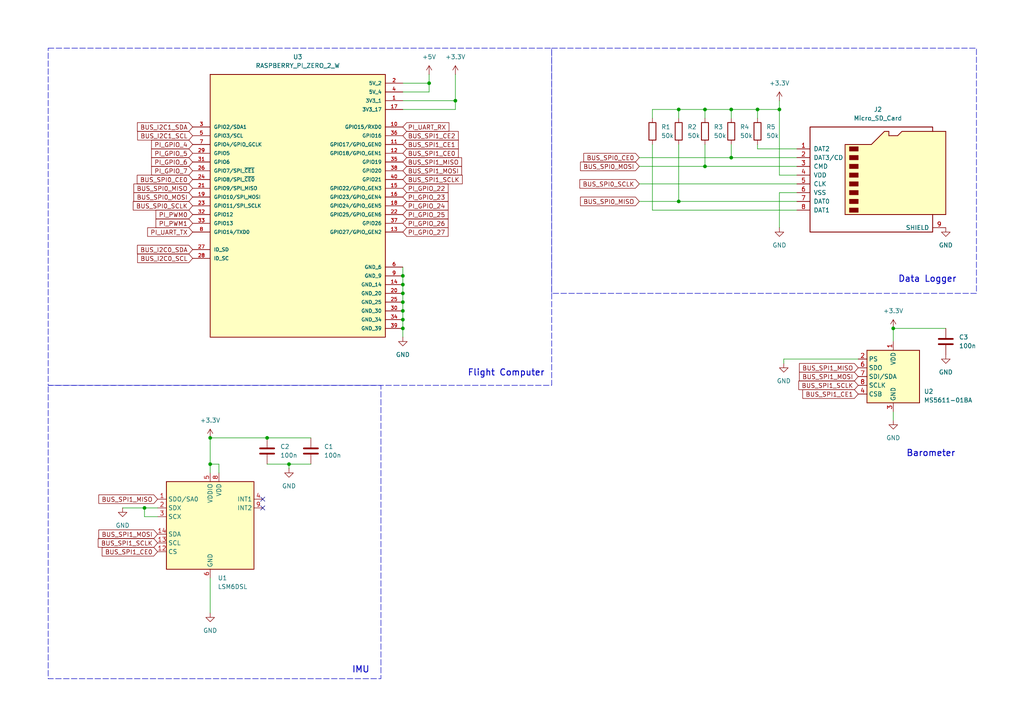
<source format=kicad_sch>
(kicad_sch (version 20231120) (generator "eeschema") (generator_version "8.0")
  (paper "A4")
  (lib_symbols
    (symbol "Connector:Micro_SD_Card" (pin_names (offset 1.016))
      (property "Reference" "J" (at -16.51 15.24 0))
      (property "Value" "Micro_SD_Card" (at 16.51 15.24 0))
      (symbol "Micro_SD_Card_0_1"
        (rectangle (start -7.62 -9.525) (end -5.08 -10.795) (fill (type outline)))
        (rectangle (start -7.62 -6.985) (end -5.08 -8.255) (fill (type outline)))
        (rectangle (start -7.62 -4.445) (end -5.08 -5.715) (fill (type outline)))
        (rectangle (start -7.62 -1.905) (end -5.08 -3.175) (fill (type outline)))
        (rectangle (start -7.62 0.635) (end -5.08 -0.635) (fill (type outline)))
        (rectangle (start -7.62 3.175) (end -5.08 1.905) (fill (type outline)))
        (rectangle (start -7.62 5.715) (end -5.08 4.445) (fill (type outline)))
        (rectangle (start -7.62 8.255) (end -5.08 6.985) (fill (type outline)))
        (polyline (pts (xy 16.51 12.7) (xy 16.51 13.97) (xy -19.05 13.97) (xy -19.05 -16.51) (xy 16.51 -16.51) (xy 16.51 -11.43)) (stroke (width 0.254)))
        (polyline (pts (xy -8.89 -11.43) (xy -8.89 8.89) (xy -1.27 8.89) (xy 2.54 12.7) (xy 3.81 12.7) (xy 3.81 11.43) (xy 6.35 11.43) (xy 7.62 12.7) (xy 20.32 12.7) (xy 20.32 -11.43) (xy -8.89 -11.43)) (stroke (width 0.254)) (fill (type background)))
      )
      (symbol "Micro_SD_Card_1_1"
        (pin bidirectional line (at -22.86 7.62 0) (length 3.81) (name "DAT2") (number "1"))
        (pin bidirectional line (at -22.86 5.08 0) (length 3.81) (name "DAT3/CD") (number "2"))
        (pin input line (at -22.86 2.54 0) (length 3.81) (name "CMD") (number "3"))
        (pin power_in line (at -22.86 0 0) (length 3.81) (name "VDD") (number "4"))
        (pin input line (at -22.86 -2.54 0) (length 3.81) (name "CLK") (number "5"))
        (pin power_in line (at -22.86 -5.08 0) (length 3.81) (name "VSS") (number "6"))
        (pin bidirectional line (at -22.86 -7.62 0) (length 3.81) (name "DAT0") (number "7"))
        (pin bidirectional line (at -22.86 -10.16 0) (length 3.81) (name "DAT1") (number "8"))
        (pin passive line (at 20.32 -15.24 180) (length 3.81) (name "SHIELD") (number "9"))
      )
    )
    (symbol "Device:C" (pin_numbers hide) (pin_names (offset 0.254))
      (property "Reference" "C" (at 0.635 2.54 0))
      (property "Value" "C" (at 0.635 -2.54 0))
      (symbol "C_0_1"
        (polyline (pts (xy -2.032 -0.762) (xy 2.032 -0.762)) (stroke (width 0.508)))
        (polyline (pts (xy -2.032 0.762) (xy 2.032 0.762)) (stroke (width 0.508)))
      )
      (symbol "C_1_1"
        (pin passive line (at 0 3.81 270) (length 2.794) (name "~") (number "1"))
        (pin passive line (at 0 -3.81 90) (length 2.794) (name "~") (number "2"))
      )
    )
    (symbol "Device:R" (pin_numbers hide) (pin_names (offset 0))
      (property "Reference" "R" (at 2.032 0 90))
      (property "Value" "R" (at 0 0 90))
      (symbol "R_0_1"
        (rectangle (start -1.016 -2.54) (end 1.016 2.54) (stroke (width 0.254)))
      )
      (symbol "R_1_1"
        (pin passive line (at 0 3.81 270) (length 1.27) (name "~") (number "1"))
        (pin passive line (at 0 -3.81 90) (length 1.27) (name "~") (number "2"))
      )
    )
    (symbol "RASPBERRY_PI_ZERO_2_W:RASPBERRY_PI_ZERO_2_W" (pin_names (offset 1.016))
      (property "Reference" "U" (at -25.42 39.3962 0))
      (property "Value" "RASPBERRY_PI_ZERO_2_W" (at -25.4191 -40.6687 0))
      (symbol "RASPBERRY_PI_ZERO_2_W_0_0"
        (rectangle (start -25.4 -38.1) (end 25.4 38.1) (stroke (width 0.254)) (fill (type background)))
        (pin power_in line (at 30.48 30.48 180) (length 5.08) (name "3V3_1") (number "1"))
        (pin bidirectional line (at 30.48 22.86 180) (length 5.08) (name "GPIO15/RXD0") (number "10"))
        (pin bidirectional line (at 30.48 17.78 180) (length 5.08) (name "GPIO17/GPIO_GEN0") (number "11"))
        (pin bidirectional line (at 30.48 15.24 180) (length 5.08) (name "GPIO18/GPIO_GEN1") (number "12"))
        (pin bidirectional line (at 30.48 -7.62 180) (length 5.08) (name "GPIO27/GPIO_GEN2") (number "13"))
        (pin power_in line (at 30.48 -22.86 180) (length 5.08) (name "GND_14") (number "14"))
        (pin bidirectional line (at 30.48 5.08 180) (length 5.08) (name "GPIO22/GPIO_GEN3") (number "15"))
        (pin bidirectional line (at 30.48 2.54 180) (length 5.08) (name "GPIO23/GPIO_GEN4") (number "16"))
        (pin power_in line (at 30.48 27.94 180) (length 5.08) (name "3V3_17") (number "17"))
        (pin bidirectional line (at 30.48 0 180) (length 5.08) (name "GPIO24/GPIO_GEN5") (number "18"))
        (pin bidirectional line (at -30.48 2.54 0) (length 5.08) (name "GPIO10/SPI_MOSI") (number "19"))
        (pin power_in line (at 30.48 35.56 180) (length 5.08) (name "5V_2") (number "2"))
        (pin power_in line (at 30.48 -25.4 180) (length 5.08) (name "GND_20") (number "20"))
        (pin bidirectional line (at -30.48 5.08 0) (length 5.08) (name "GPIO9/SPI_MISO") (number "21"))
        (pin bidirectional line (at 30.48 -2.54 180) (length 5.08) (name "GPIO25/GPIO_GEN6") (number "22"))
        (pin bidirectional line (at -30.48 0 0) (length 5.08) (name "GPIO11/SPI_SCLK") (number "23"))
        (pin bidirectional line (at -30.48 7.62 0) (length 5.08) (name "GPIO8/SPI_~{CE0}") (number "24"))
        (pin power_in line (at 30.48 -27.94 180) (length 5.08) (name "GND_25") (number "25"))
        (pin bidirectional line (at -30.48 10.16 0) (length 5.08) (name "GPIO7/SPI_~{CE1}") (number "26"))
        (pin bidirectional line (at -30.48 -12.7 0) (length 5.08) (name "ID_SD") (number "27"))
        (pin bidirectional line (at -30.48 -15.24 0) (length 5.08) (name "ID_SC") (number "28"))
        (pin bidirectional line (at -30.48 15.24 0) (length 5.08) (name "GPIO5") (number "29"))
        (pin bidirectional line (at -30.48 22.86 0) (length 5.08) (name "GPIO2/SDA1") (number "3"))
        (pin power_in line (at 30.48 -30.48 180) (length 5.08) (name "GND_30") (number "30"))
        (pin bidirectional line (at -30.48 12.7 0) (length 5.08) (name "GPIO6") (number "31"))
        (pin bidirectional line (at -30.48 -2.54 0) (length 5.08) (name "GPIO12") (number "32"))
        (pin bidirectional line (at -30.48 -5.08 0) (length 5.08) (name "GPIO13") (number "33"))
        (pin power_in line (at 30.48 -33.02 180) (length 5.08) (name "GND_34") (number "34"))
        (pin bidirectional line (at 30.48 12.7 180) (length 5.08) (name "GPIO19") (number "35"))
        (pin bidirectional line (at 30.48 20.32 180) (length 5.08) (name "GPIO16") (number "36"))
        (pin bidirectional line (at 30.48 -5.08 180) (length 5.08) (name "GPIO26") (number "37"))
        (pin bidirectional line (at 30.48 10.16 180) (length 5.08) (name "GPIO20") (number "38"))
        (pin power_in line (at 30.48 -35.56 180) (length 5.08) (name "GND_39") (number "39"))
        (pin power_in line (at 30.48 33.02 180) (length 5.08) (name "5V_4") (number "4"))
        (pin bidirectional line (at 30.48 7.62 180) (length 5.08) (name "GPIO21") (number "40"))
        (pin bidirectional line (at -30.48 20.32 0) (length 5.08) (name "GPIO3/SCL") (number "5"))
        (pin power_in line (at 30.48 -17.78 180) (length 5.08) (name "GND_6") (number "6"))
        (pin bidirectional line (at -30.48 17.78 0) (length 5.08) (name "GPIO4/GPIO_GCLK") (number "7"))
        (pin bidirectional line (at -30.48 -7.62 0) (length 5.08) (name "GPIO14/TXD0") (number "8"))
        (pin power_in line (at 30.48 -20.32 180) (length 5.08) (name "GND_9") (number "9"))
      )
    )
    (symbol "Sensor_Motion:LSM6DSL"
      (property "Reference" "U" (at -11.43 15.24 0))
      (property "Value" "LSM6DSL" (at -11.43 12.7 0))
      (symbol "LSM6DSL_0_1"
        (rectangle (start -12.7 12.7) (end 12.7 -12.7) (stroke (width 0.254)) (fill (type background)))
      )
      (symbol "LSM6DSL_1_1"
        (pin bidirectional line (at -15.24 7.62 0) (length 2.54) (name "SDO/SA0") (number "1"))
        (pin no_connect line (at 12.7 -5.08 180) (length 3.81) hide (name "NC") (number "10"))
        (pin no_connect line (at 12.7 -2.54 180) (length 3.81) hide (name "NC") (number "11"))
        (pin input line (at -15.24 -7.62 0) (length 2.54) (name "CS") (number "12"))
        (pin input line (at -15.24 -5.08 0) (length 2.54) (name "SCL") (number "13"))
        (pin bidirectional line (at -15.24 -2.54 0) (length 2.54) (name "SDA") (number "14"))
        (pin bidirectional line (at -15.24 5.08 0) (length 2.54) (name "SDX") (number "2"))
        (pin input line (at -15.24 2.54 0) (length 2.54) (name "SCX") (number "3"))
        (pin output line (at 15.24 7.62 180) (length 2.54) (name "INT1") (number "4"))
        (pin power_in line (at 0 15.24 270) (length 2.54) (name "VDDIO") (number "5"))
        (pin power_in line (at 0 -15.24 90) (length 2.54) (name "GND") (number "6"))
        (pin passive line (at 0 -15.24 90) (length 2.54) hide (name "GND") (number "7"))
        (pin power_in line (at 2.54 15.24 270) (length 2.54) (name "VDD") (number "8"))
        (pin output line (at 15.24 5.08 180) (length 2.54) (name "INT2") (number "9"))
      )
    )
    (symbol "Sensor_Pressure:MS5611-01BA"
      (property "Reference" "U" (at -6.35 8.89 0))
      (property "Value" "MS5611-01BA" (at 7.62 8.89 0))
      (symbol "MS5611-01BA_0_1"
        (rectangle (start -7.62 7.62) (end 7.62 -7.62) (stroke (width 0.254)) (fill (type background)))
      )
      (symbol "MS5611-01BA_1_1"
        (pin power_in line (at 0 10.16 270) (length 2.54) (name "VDD") (number "1"))
        (pin input line (at -10.16 5.08 0) (length 2.54) (name "PS") (number "2"))
        (pin power_in line (at 0 -10.16 90) (length 2.54) (name "GND") (number "3"))
        (pin input line (at -10.16 -5.08 0) (length 2.54) (name "CSB") (number "4"))
        (pin input line (at -10.16 -5.08 0) (length 2.54) hide (name "CSB") (number "5"))
        (pin output line (at -10.16 2.54 0) (length 2.54) (name "SDO") (number "6"))
        (pin bidirectional line (at -10.16 0 0) (length 2.54) (name "SDI/SDA") (number "7"))
        (pin input line (at -10.16 -2.54 0) (length 2.54) (name "SCLK") (number "8"))
      )
    )
    (symbol "power:+3.3V" (power) (pin_numbers hide) (pin_names (offset 0) hide)
      (property "Value" "+3.3V" (at 0 3.556 0))
      (symbol "+3.3V_0_1"
        (polyline (pts (xy -0.762 1.27) (xy 0 2.54)))
        (polyline (pts (xy 0 0) (xy 0 2.54)))
        (polyline (pts (xy 0 2.54) (xy 0.762 1.27)))
      )
      (symbol "+3.3V_1_1"
        (pin power_in line (at 0 0 90) (length 0) (name "~") (number "1"))
      )
    )
    (symbol "power:+5V" (power) (pin_numbers hide) (pin_names (offset 0) hide)
      (property "Value" "+5V" (at 0 3.556 0))
      (symbol "+5V_0_1"
        (polyline (pts (xy -0.762 1.27) (xy 0 2.54)))
        (polyline (pts (xy 0 0) (xy 0 2.54)))
        (polyline (pts (xy 0 2.54) (xy 0.762 1.27)))
      )
      (symbol "+5V_1_1"
        (pin power_in line (at 0 0 90) (length 0) (name "~") (number "1"))
      )
    )
    (symbol "power:GND" (power) (pin_numbers hide) (pin_names (offset 0) hide)
      (property "Value" "GND" (at 0 -3.81 0))
      (symbol "GND_0_1"
        (polyline (pts (xy 0 0) (xy 0 -1.27) (xy 1.27 -1.27) (xy 0 -2.54) (xy -1.27 -1.27) (xy 0 -1.27)))
      )
      (symbol "GND_1_1"
        (pin power_in line (at 0 0 270) (length 0) (name "~") (number "1"))
      )
    )
  )
  (junction (at 212.09 45.72))
  (junction (at 204.47 48.26))
  (junction (at 116.84 95.25))
  (junction (at 41.91 147.32))
  (junction (at 259.08 95.25))
  (junction (at 212.09 31.75))
  (junction (at 60.96 134.62))
  (junction (at 116.84 87.63))
  (junction (at 77.47 127))
  (junction (at 116.84 85.09))
  (junction (at 124.46 24.13))
  (junction (at 60.96 127))
  (junction (at 116.84 82.55))
  (junction (at 226.06 31.75))
  (junction (at 116.84 90.17))
  (junction (at 116.84 92.71))
  (junction (at 116.84 80.01))
  (junction (at 219.71 31.75))
  (junction (at 83.82 134.62))
  (junction (at 204.47 31.75))
  (junction (at 132.08 29.21))
  (junction (at 196.85 31.75))
  (junction (at 196.85 58.42))
  (no_connect (at 76.2 144.78))
  (no_connect (at 76.2 147.32))
  (wire (pts (xy 231.14 55.88) (xy 226.06 55.88)))
  (wire (pts (xy 226.06 50.8) (xy 226.06 31.75)))
  (wire (pts (xy 196.85 58.42) (xy 196.85 41.91)))
  (wire (pts (xy 116.84 29.21) (xy 132.08 29.21)))
  (wire (pts (xy 219.71 43.18) (xy 219.71 41.91)))
  (wire (pts (xy 116.84 87.63) (xy 116.84 90.17)))
  (wire (pts (xy 35.56 147.32) (xy 41.91 147.32)))
  (wire (pts (xy 132.08 31.75) (xy 132.08 29.21)))
  (wire (pts (xy 227.33 105.41) (xy 227.33 104.14)))
  (wire (pts (xy 60.96 134.62) (xy 60.96 137.16)))
  (wire (pts (xy 63.5 134.62) (xy 60.96 134.62)))
  (wire (pts (xy 189.23 31.75) (xy 189.23 34.29)))
  (wire (pts (xy 132.08 29.21) (xy 132.08 21.59)))
  (wire (pts (xy 212.09 31.75) (xy 212.09 34.29)))
  (wire (pts (xy 116.84 95.25) (xy 116.84 97.79)))
  (wire (pts (xy 212.09 45.72) (xy 212.09 41.91)))
  (wire (pts (xy 116.84 85.09) (xy 116.84 87.63)))
  (wire (pts (xy 196.85 31.75) (xy 204.47 31.75)))
  (wire (pts (xy 231.14 60.96) (xy 189.23 60.96)))
  (wire (pts (xy 227.33 104.14) (xy 248.92 104.14)))
  (wire (pts (xy 116.84 24.13) (xy 124.46 24.13)))
  (wire (pts (xy 116.84 77.47) (xy 116.84 80.01)))
  (wire (pts (xy 259.08 95.25) (xy 259.08 99.06)))
  (wire (pts (xy 41.91 149.86) (xy 41.91 147.32)))
  (wire (pts (xy 231.14 50.8) (xy 226.06 50.8)))
  (wire (pts (xy 212.09 31.75) (xy 219.71 31.75)))
  (wire (pts (xy 196.85 58.42) (xy 231.14 58.42)))
  (wire (pts (xy 116.84 31.75) (xy 132.08 31.75)))
  (wire (pts (xy 83.82 135.89) (xy 83.82 134.62)))
  (wire (pts (xy 185.42 58.42) (xy 196.85 58.42)))
  (wire (pts (xy 204.47 31.75) (xy 204.47 34.29)))
  (wire (pts (xy 116.84 90.17) (xy 116.84 92.71)))
  (wire (pts (xy 185.42 53.34) (xy 231.14 53.34)))
  (wire (pts (xy 204.47 31.75) (xy 212.09 31.75)))
  (wire (pts (xy 204.47 48.26) (xy 231.14 48.26)))
  (wire (pts (xy 116.84 80.01) (xy 116.84 82.55)))
  (wire (pts (xy 185.42 48.26) (xy 204.47 48.26)))
  (wire (pts (xy 204.47 48.26) (xy 204.47 41.91)))
  (wire (pts (xy 41.91 147.32) (xy 45.72 147.32)))
  (wire (pts (xy 226.06 55.88) (xy 226.06 66.04)))
  (wire (pts (xy 226.06 31.75) (xy 226.06 29.21)))
  (wire (pts (xy 77.47 134.62) (xy 83.82 134.62)))
  (wire (pts (xy 231.14 43.18) (xy 219.71 43.18)))
  (wire (pts (xy 259.08 121.92) (xy 259.08 119.38)))
  (wire (pts (xy 219.71 31.75) (xy 226.06 31.75)))
  (wire (pts (xy 60.96 127) (xy 60.96 134.62)))
  (wire (pts (xy 219.71 31.75) (xy 219.71 34.29)))
  (wire (pts (xy 116.84 26.67) (xy 124.46 26.67)))
  (wire (pts (xy 185.42 45.72) (xy 212.09 45.72)))
  (wire (pts (xy 189.23 31.75) (xy 196.85 31.75)))
  (wire (pts (xy 124.46 26.67) (xy 124.46 24.13)))
  (wire (pts (xy 60.96 127) (xy 77.47 127)))
  (wire (pts (xy 116.84 82.55) (xy 116.84 85.09)))
  (wire (pts (xy 60.96 177.8) (xy 60.96 167.64)))
  (wire (pts (xy 212.09 45.72) (xy 231.14 45.72)))
  (wire (pts (xy 124.46 24.13) (xy 124.46 21.59)))
  (wire (pts (xy 259.08 95.25) (xy 274.32 95.25)))
  (wire (pts (xy 196.85 31.75) (xy 196.85 34.29)))
  (wire (pts (xy 189.23 60.96) (xy 189.23 41.91)))
  (wire (pts (xy 77.47 127) (xy 90.17 127)))
  (wire (pts (xy 83.82 134.62) (xy 90.17 134.62)))
  (wire (pts (xy 45.72 149.86) (xy 41.91 149.86)))
  (wire (pts (xy 63.5 137.16) (xy 63.5 134.62)))
  (wire (pts (xy 116.84 92.71) (xy 116.84 95.25)))
  (rectangle (start 13.97 13.97) (end 160.02 111.76) (stroke (width 0) (type dash)))
  (rectangle (start 13.97 111.76) (end 110.49 196.85) (stroke (width 0) (type dash)))
  (rectangle (start 160.02 13.97) (end 283.21 85.09) (stroke (width 0) (type dash)))
  (text "Barometer" (at 270.002 131.572 0) (effects (font (size 1.8288 1.8288) (thickness 0.254) (bold yes))))
  (text "Flight Computer" (at 146.812 108.204 0) (effects (font (size 1.8288 1.8288) (thickness 0.254) (bold yes))))
  (text "IMU" (at 104.648 194.31 0) (effects (font (size 1.8288 1.8288) (thickness 0.254) (bold yes))))
  (text "Data Logger" (at 268.986 81.026 0) (effects (font (size 1.8288 1.8288) (thickness 0.254) (bold yes))))
  (global_label "PI_PWM1" (shape input) (at 55.88 64.77 180) (property "Intersheetrefs" "${INTERSHEET_REFS}" (effects (hide yes))))
  (global_label "BUS_SPI1_CE1" (shape input) (at 248.92 114.3 180) (property "Intersheetrefs" "${INTERSHEET_REFS}" (effects (hide yes))))
  (global_label "PI_GPIO_5" (shape input) (at 55.88 44.45 180) (property "Intersheetrefs" "${INTERSHEET_REFS}" (effects (hide yes))))
  (global_label "PI_GPIO_24" (shape input) (at 116.84 59.69 0) (property "Intersheetrefs" "${INTERSHEET_REFS}" (effects (hide yes))))
  (global_label "PI_UART_TX" (shape input) (at 55.88 67.31 180) (property "Intersheetrefs" "${INTERSHEET_REFS}" (effects (hide yes))))
  (global_label "BUS_I2C1_SCL" (shape input) (at 55.88 39.37 180) (property "Intersheetrefs" "${INTERSHEET_REFS}" (effects (hide yes))))
  (global_label "BUS_SPI1_MISO" (shape input) (at 248.92 106.68 180) (property "Intersheetrefs" "${INTERSHEET_REFS}" (effects (hide yes))))
  (global_label "PI_GPIO_26" (shape input) (at 116.84 64.77 0) (property "Intersheetrefs" "${INTERSHEET_REFS}" (effects (hide yes))))
  (global_label "BUS_SPI0_MOSI" (shape input) (at 55.88 57.15 180) (property "Intersheetrefs" "${INTERSHEET_REFS}" (effects (hide yes))))
  (global_label "BUS_SPI0_CE0" (shape input) (at 55.88 52.07 180) (property "Intersheetrefs" "${INTERSHEET_REFS}" (effects (hide yes))))
  (global_label "BUS_SPI0_MISO" (shape input) (at 55.88 54.61 180) (property "Intersheetrefs" "${INTERSHEET_REFS}" (effects (hide yes))))
  (global_label "PI_GPIO_27" (shape input) (at 116.84 67.31 0) (property "Intersheetrefs" "${INTERSHEET_REFS}" (effects (hide yes))))
  (global_label "PI_GPIO_25" (shape input) (at 116.84 62.23 0) (property "Intersheetrefs" "${INTERSHEET_REFS}" (effects (hide yes))))
  (global_label "PI_GPIO_23" (shape input) (at 116.84 57.15 0) (property "Intersheetrefs" "${INTERSHEET_REFS}" (effects (hide yes))))
  (global_label "PI_UART_RX" (shape input) (at 116.84 36.83 0) (property "Intersheetrefs" "${INTERSHEET_REFS}" (effects (hide yes))))
  (global_label "BUS_SPI0_CE0" (shape input) (at 185.42 45.72 180) (property "Intersheetrefs" "${INTERSHEET_REFS}" (effects (hide yes))))
  (global_label "BUS_SPI1_MOSI" (shape input) (at 116.84 49.53 0) (property "Intersheetrefs" "${INTERSHEET_REFS}" (effects (hide yes))))
  (global_label "BUS_I2C0_SDA" (shape input) (at 55.88 72.39 180) (property "Intersheetrefs" "${INTERSHEET_REFS}" (effects (hide yes))))
  (global_label "BUS_SPI1_SCLK" (shape input) (at 45.72 157.48 180) (property "Intersheetrefs" "${INTERSHEET_REFS}" (effects (hide yes))))
  (global_label "BUS_SPI0_SCLK" (shape input) (at 185.42 53.34 180) (property "Intersheetrefs" "${INTERSHEET_REFS}" (effects (hide yes))))
  (global_label "PI_GPIO_7" (shape input) (at 55.88 49.53 180) (property "Intersheetrefs" "${INTERSHEET_REFS}" (effects (hide yes))))
  (global_label "BUS_SPI1_CE1" (shape input) (at 116.84 41.91 0) (property "Intersheetrefs" "${INTERSHEET_REFS}" (effects (hide yes))))
  (global_label "PI_GPIO_22" (shape input) (at 116.84 54.61 0) (property "Intersheetrefs" "${INTERSHEET_REFS}" (effects (hide yes))))
  (global_label "PI_GPIO_4" (shape input) (at 55.88 41.91 180) (property "Intersheetrefs" "${INTERSHEET_REFS}" (effects (hide yes))))
  (global_label "BUS_SPI0_MOSI" (shape input) (at 185.42 48.26 180) (property "Intersheetrefs" "${INTERSHEET_REFS}" (effects (hide yes))))
  (global_label "BUS_SPI1_CE0" (shape input) (at 45.72 160.02 180) (property "Intersheetrefs" "${INTERSHEET_REFS}" (effects (hide yes))))
  (global_label "PI_GPIO_6" (shape input) (at 55.88 46.99 180) (property "Intersheetrefs" "${INTERSHEET_REFS}" (effects (hide yes))))
  (global_label "BUS_SPI1_MOSI" (shape input) (at 45.72 154.94 180) (property "Intersheetrefs" "${INTERSHEET_REFS}" (effects (hide yes))))
  (global_label "BUS_SPI1_SCLK" (shape input) (at 116.84 52.07 0) (property "Intersheetrefs" "${INTERSHEET_REFS}" (effects (hide yes))))
  (global_label "BUS_SPI1_SCLK" (shape input) (at 248.92 111.76 180) (property "Intersheetrefs" "${INTERSHEET_REFS}" (effects (hide yes))))
  (global_label "BUS_SPI1_MISO" (shape input) (at 116.84 46.99 0) (property "Intersheetrefs" "${INTERSHEET_REFS}" (effects (hide yes))))
  (global_label "BUS_SPI1_MOSI" (shape input) (at 248.92 109.22 180) (property "Intersheetrefs" "${INTERSHEET_REFS}" (effects (hide yes))))
  (global_label "BUS_SPI1_MISO" (shape input) (at 45.72 144.78 180) (property "Intersheetrefs" "${INTERSHEET_REFS}" (effects (hide yes))))
  (global_label "BUS_SPI0_SCLK" (shape input) (at 55.88 59.69 180) (property "Intersheetrefs" "${INTERSHEET_REFS}" (effects (hide yes))))
  (global_label "BUS_SPI0_MISO" (shape input) (at 185.42 58.42 180) (property "Intersheetrefs" "${INTERSHEET_REFS}" (effects (hide yes))))
  (global_label "BUS_SPI1_CE2" (shape input) (at 116.84 39.37 0) (property "Intersheetrefs" "${INTERSHEET_REFS}" (effects (hide yes))))
  (global_label "PI_PWM0" (shape input) (at 55.88 62.23 180) (property "Intersheetrefs" "${INTERSHEET_REFS}" (effects (hide yes))))
  (global_label "BUS_SPI1_CE0" (shape input) (at 116.84 44.45 0) (property "Intersheetrefs" "${INTERSHEET_REFS}" (effects (hide yes))))
  (global_label "BUS_I2C0_SCL" (shape input) (at 55.88 74.93 180) (property "Intersheetrefs" "${INTERSHEET_REFS}" (effects (hide yes))))
  (global_label "BUS_I2C1_SDA" (shape input) (at 55.88 36.83 180) (property "Intersheetrefs" "${INTERSHEET_REFS}" (effects (hide yes))))
  (symbol (lib_id "power:GND") (at 60.96 177.8 0) (unit 1)
    (property "Reference" "#PWR01" (effects (hide yes)))
    (property "Value" "GND" (at 60.96 182.88 0))
    (property "Description" "Power symbol creates a global label with name \"GND\" , ground" (effects (hide yes)))
  )
  (symbol (lib_id "power:GND") (at 83.82 135.89 0) (unit 1)
    (property "Reference" "#PWR04" (effects (hide yes)))
    (property "Value" "GND" (at 83.82 140.97 0))
    (property "Description" "Power symbol creates a global label with name \"GND\" , ground" (effects (hide yes)))
  )
  (symbol (lib_id "power:GND") (at 227.33 105.41 0) (unit 1)
    (property "Reference" "#PWR08" (effects (hide yes)))
    (property "Value" "GND" (at 227.33 110.49 0))
    (property "Description" "Power symbol creates a global label with name \"GND\" , ground" (effects (hide yes)))
  )
  (symbol (lib_id "Device:C") (at 77.47 130.81 0) (unit 1)
    (property "Reference" "C2" (at 81.28 129.5399 0) (effects (justify left)))
    (property "Value" "100n" (at 81.28 132.0799 0) (effects (justify left)))
    (property "Description" "Unpolarized capacitor" (effects (hide yes)))
  )
  (symbol (lib_id "power:+5V") (at 124.46 21.59 0) (unit 1)
    (property "Reference" "#PWR016" (effects (hide yes)))
    (property "Value" "+5V" (at 124.46 16.51 0))
    (property "Description" "Power symbol creates a global label with name \"+5V\"" (effects (hide yes)))
  )
  (symbol (lib_id "power:GND") (at 274.32 66.04 0) (unit 1)
    (property "Reference" "#PWR012" (effects (hide yes)))
    (property "Value" "GND" (at 274.32 71.12 0))
    (property "Description" "Power symbol creates a global label with name \"GND\" , ground" (effects (hide yes)))
  )
  (symbol (lib_id "Sensor_Motion:LSM6DSL") (at 60.96 152.4 0) (unit 1)
    (property "Reference" "U1" (at 63.1541 167.64 0) (effects (justify left)))
    (property "Value" "LSM6DSL" (at 63.1541 170.18 0) (effects (justify left)))
    (property "Footprint" "Package_LGA:LGA-14_3x2.5mm_P0.5mm_LayoutBorder3x4y" (effects (hide yes)))
    (property "Datasheet" "https://www.st.com/resource/en/datasheet/lsm6dsl.pdf" (effects (hide yes)))
    (property "Description" "I2C/SPI, iNEMO inertial module: always-on 3D accelerometer and 3D gyroscope, 1.71V to 3.6V VCC" (effects (hide yes)))
  )
  (symbol (lib_id "Device:R") (at 212.09 38.1 0) (unit 1)
    (property "Reference" "R4" (at 214.63 36.8299 0) (effects (justify left)))
    (property "Value" "50k" (at 214.63 39.3699 0) (effects (justify left)))
    (property "Description" "Resistor" (effects (hide yes)))
  )
  (symbol (lib_id "Device:C") (at 274.32 99.06 0) (unit 1)
    (property "Reference" "C3" (at 278.13 97.7899 0) (effects (justify left)))
    (property "Value" "100n" (at 278.13 100.3299 0) (effects (justify left)))
    (property "Description" "Unpolarized capacitor" (effects (hide yes)))
  )
  (symbol (lib_id "power:+3.3V") (at 259.08 95.25 0) (unit 1)
    (property "Reference" "#PWR07" (effects (hide yes)))
    (property "Value" "+3.3V" (at 259.08 90.17 0))
    (property "Description" "Power symbol creates a global label with name \"+3.3V\"" (effects (hide yes)))
  )
  (symbol (lib_id "Device:R") (at 219.71 38.1 0) (unit 1)
    (property "Reference" "R5" (at 222.25 36.8299 0) (effects (justify left)))
    (property "Value" "50k" (at 222.25 39.3699 0) (effects (justify left)))
    (property "Description" "Resistor" (effects (hide yes)))
  )
  (symbol (lib_id "Device:C") (at 90.17 130.81 0) (unit 1)
    (property "Reference" "C1" (at 93.98 129.5399 0) (effects (justify left)))
    (property "Value" "100n" (at 93.98 132.0799 0) (effects (justify left)))
    (property "Description" "Unpolarized capacitor" (effects (hide yes)))
  )
  (symbol (lib_id "Device:R") (at 204.47 38.1 0) (unit 1)
    (property "Reference" "R3" (at 207.01 36.8299 0) (effects (justify left)))
    (property "Value" "50k" (at 207.01 39.3699 0) (effects (justify left)))
    (property "Description" "Resistor" (effects (hide yes)))
  )
  (symbol (lib_id "power:GND") (at 226.06 66.04 0) (unit 1)
    (property "Reference" "#PWR014" (effects (hide yes)))
    (property "Value" "GND" (at 226.06 71.12 0))
    (property "Description" "Power symbol creates a global label with name \"GND\" , ground" (effects (hide yes)))
  )
  (symbol (lib_id "Sensor_Pressure:MS5611-01BA") (at 259.08 109.22 0) (unit 1)
    (property "Reference" "U2" (at 267.97 113.538 0) (effects (justify left)))
    (property "Value" "MS5611-01BA" (at 267.97 116.078 0) (effects (justify left)))
    (property "Footprint" "Package_LGA:LGA-8_3x5mm_P1.25mm" (effects (hide yes)))
    (property "Datasheet" "https://www.te.com/commerce/DocumentDelivery/DDEController?Action=srchrtrv&DocNm=MS5611-01BA03&DocType=Data+Sheet&DocLang=English" (effects (hide yes)))
    (property "Description" "Barometric pressure sensor, 10cm resolution, 10 to 1200 mbar, I2C and SPI interface up to 20MHz, LGA-8" (effects (hide yes)))
  )
  (symbol (lib_id "power:GND") (at 35.56 147.32 0) (unit 1)
    (property "Reference" "#PWR02" (effects (hide yes)))
    (property "Value" "GND" (at 35.56 152.4 0))
    (property "Description" "Power symbol creates a global label with name \"GND\" , ground" (effects (hide yes)))
  )
  (symbol (lib_id "Device:R") (at 196.85 38.1 0) (unit 1)
    (property "Reference" "R2" (at 199.39 36.8299 0) (effects (justify left)))
    (property "Value" "50k" (at 199.39 39.3699 0) (effects (justify left)))
    (property "Description" "Resistor" (effects (hide yes)))
  )
  (symbol (lib_id "Connector:Micro_SD_Card") (at 254 50.8 0) (unit 1)
    (property "Reference" "J2" (at 254.635 31.75 0))
    (property "Value" "Micro_SD_Card" (at 254.635 34.29 0))
    (property "Footprint" "Connector_Card:microSD_HC_Molex_47219-2001" (effects (hide yes)))
    (property "Datasheet" "http://katalog.we-online.de/em/datasheet/693072010801.pdf" (effects (hide yes)))
    (property "Description" "Micro SD Card Socket" (effects (hide yes)))
  )
  (symbol (lib_id "Device:R") (at 189.23 38.1 0) (unit 1)
    (property "Reference" "R1" (at 191.77 36.8299 0) (effects (justify left)))
    (property "Value" "50k" (at 191.77 39.3699 0) (effects (justify left)))
    (property "Description" "Resistor" (effects (hide yes)))
  )
  (symbol (lib_id "power:GND") (at 274.32 102.87 0) (unit 1)
    (property "Reference" "#PWR05" (effects (hide yes)))
    (property "Value" "GND" (at 274.32 107.95 0))
    (property "Description" "Power symbol creates a global label with name \"GND\" , ground" (effects (hide yes)))
  )
  (symbol (lib_id "power:GND") (at 259.08 121.92 0) (unit 1)
    (property "Reference" "#PWR06" (effects (hide yes)))
    (property "Value" "GND" (at 259.08 127 0))
    (property "Description" "Power symbol creates a global label with name \"GND\" , ground" (effects (hide yes)))
  )
  (symbol (lib_id "RASPBERRY_PI_ZERO_2_W:RASPBERRY_PI_ZERO_2_W") (at 86.36 59.69 0) (unit 1)
    (property "Reference" "U3" (at 86.36 16.51 0))
    (property "Value" "RASPBERRY_PI_ZERO_2_W" (at 86.36 19.05 0))
    (property "Footprint" "RPI_Zero2W:MODULE_RASPBERRY_PI_ZERO_2_W" (effects (hide yes)))
    (property "MF" "Raspberry Pi" (effects (hide yes)))
    (property "Description_1" "\nAt the heart of Raspberry Pi Zero 2 W is RP3A0, a custom-built system-in-package designed by Raspberry Pi in the UK.\n" (effects (hide yes)))
    (property "Package" "None" (effects (hide yes)))
    (property "Price" "None" (effects (hide yes)))
    (property "Check_prices" "https://www.snapeda.com/parts/RASPBERRY%20PI%20ZERO%202%20W/Raspberry+Pi/view-part/?ref=eda" (effects (hide yes)))
    (property "STANDARD" "Manufacturer Recommendations" (effects (hide yes)))
    (property "PARTREV" "April 2024" (effects (hide yes)))
    (property "SnapEDA_Link" "https://www.snapeda.com/parts/RASPBERRY%20PI%20ZERO%202%20W/Raspberry+Pi/view-part/?ref=snap" (effects (hide yes)))
    (property "MP" "RASPBERRY PI ZERO 2 W" (effects (hide yes)))
    (property "Availability" "In Stock" (effects (hide yes)))
    (property "MANUFACTURER" "Raspberry Pi" (effects (hide yes)))
  )
  (symbol (lib_id "power:+3.3V") (at 132.08 21.59 0) (unit 1)
    (property "Reference" "#PWR015" (effects (hide yes)))
    (property "Value" "+3.3V" (at 132.08 16.51 0))
    (property "Description" "Power symbol creates a global label with name \"+3.3V\"" (effects (hide yes)))
  )
  (symbol (lib_id "power:+3.3V") (at 226.06 29.21 0) (unit 1)
    (property "Reference" "#PWR013" (effects (hide yes)))
    (property "Value" "+3.3V" (at 226.06 24.13 0))
    (property "Description" "Power symbol creates a global label with name \"+3.3V\"" (effects (hide yes)))
  )
  (symbol (lib_id "power:GND") (at 116.84 97.79 0) (unit 1)
    (property "Reference" "#PWR017" (effects (hide yes)))
    (property "Value" "GND" (at 116.84 102.87 0))
    (property "Description" "Power symbol creates a global label with name \"GND\" , ground" (effects (hide yes)))
  )
  (symbol (lib_id "power:+3.3V") (at 60.96 127 0) (unit 1)
    (property "Reference" "#PWR03" (effects (hide yes)))
    (property "Value" "+3.3V" (at 60.96 121.92 0))
    (property "Description" "Power symbol creates a global label with name \"+3.3V\"" (effects (hide yes)))
  )
)
</source>
